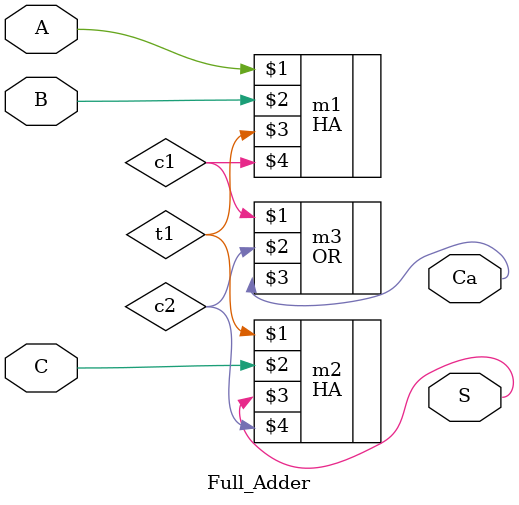
<source format=v>
`timescale 1ns / 1ps


module Full_Adder(
input A,B,C,
output S,Ca
    );
    wire t1,t2,c1,c2;
    
    HA m1(A,B,t1,c1);
    HA m2(t1,C,S,c2);
    OR m3(c1,c2,Ca);
endmodule

</source>
